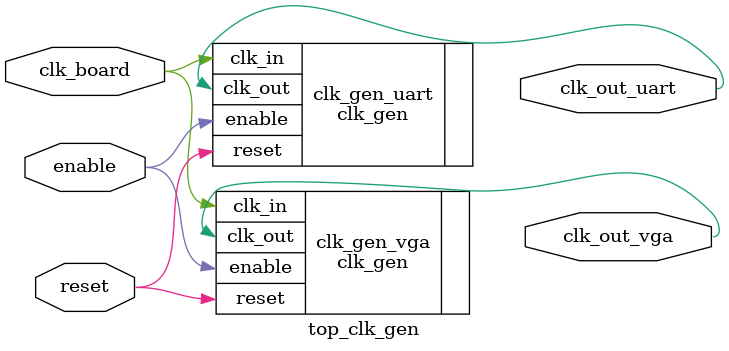
<source format=v>
`timescale 1ns/1ns

module top_clk_gen(clk_board, enable, reset, clk_out_uart, clk_out_vga);
    parameter BOARD_FREQ = 100000000,
              BAUD_RATE  =      9600,
              VGA_FREQ   =  25000000,
              UART_FREQ  = BAUD_RATE*16;              

    input clk_board, enable, reset;
    output clk_out_uart, clk_out_vga;
    
    clk_gen 
        #(
            .IN_FREQ(BOARD_FREQ), 
            .OUT_FREQ(UART_FREQ),
            .BIT_SIZE(13)
        ) clk_gen_uart
        (
            .clk_in(clk_board), 
            .clk_out(clk_out_uart), 
            .enable(enable), 
            .reset(reset)
        );
        
    clk_gen
        #(
            .IN_FREQ(BOARD_FREQ),
            .OUT_FREQ(VGA_FREQ),
            .BIT_SIZE(1)
        ) clk_gen_vga
        (
            .clk_in(clk_board),
            .clk_out(clk_out_vga),
            .enable(enable),
            .reset(reset)
        );
endmodule
</source>
